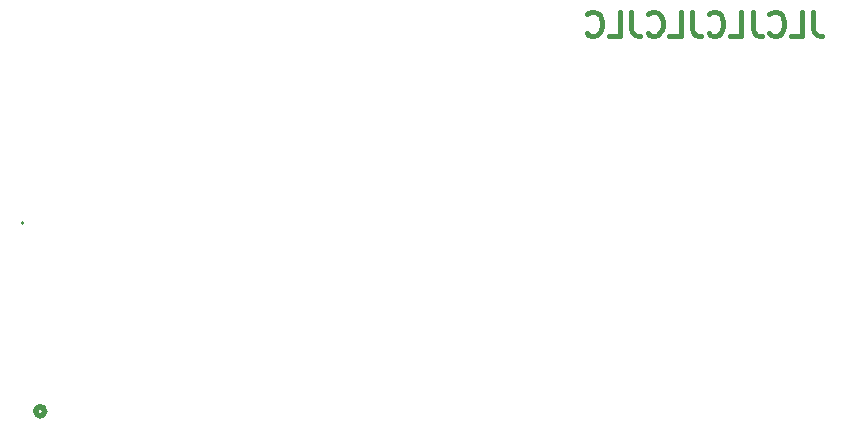
<source format=gbr>
%TF.GenerationSoftware,KiCad,Pcbnew,9.0.3*%
%TF.CreationDate,2025-08-13T11:49:18-07:00*%
%TF.ProjectId,PD Board,50442042-6f61-4726-942e-6b696361645f,rev?*%
%TF.SameCoordinates,Original*%
%TF.FileFunction,Legend,Bot*%
%TF.FilePolarity,Positive*%
%FSLAX46Y46*%
G04 Gerber Fmt 4.6, Leading zero omitted, Abs format (unit mm)*
G04 Created by KiCad (PCBNEW 9.0.3) date 2025-08-13 11:49:18*
%MOMM*%
%LPD*%
G01*
G04 APERTURE LIST*
%ADD10C,0.400000*%
%ADD11C,0.191421*%
%ADD12C,0.508000*%
G04 APERTURE END LIST*
D10*
X160149223Y-94944438D02*
X160149223Y-96373009D01*
X160149223Y-96373009D02*
X160244462Y-96658723D01*
X160244462Y-96658723D02*
X160434938Y-96849200D01*
X160434938Y-96849200D02*
X160720652Y-96944438D01*
X160720652Y-96944438D02*
X160911128Y-96944438D01*
X158244461Y-96944438D02*
X159196842Y-96944438D01*
X159196842Y-96944438D02*
X159196842Y-94944438D01*
X156434937Y-96753961D02*
X156530175Y-96849200D01*
X156530175Y-96849200D02*
X156815889Y-96944438D01*
X156815889Y-96944438D02*
X157006365Y-96944438D01*
X157006365Y-96944438D02*
X157292080Y-96849200D01*
X157292080Y-96849200D02*
X157482556Y-96658723D01*
X157482556Y-96658723D02*
X157577794Y-96468247D01*
X157577794Y-96468247D02*
X157673032Y-96087295D01*
X157673032Y-96087295D02*
X157673032Y-95801580D01*
X157673032Y-95801580D02*
X157577794Y-95420628D01*
X157577794Y-95420628D02*
X157482556Y-95230152D01*
X157482556Y-95230152D02*
X157292080Y-95039676D01*
X157292080Y-95039676D02*
X157006365Y-94944438D01*
X157006365Y-94944438D02*
X156815889Y-94944438D01*
X156815889Y-94944438D02*
X156530175Y-95039676D01*
X156530175Y-95039676D02*
X156434937Y-95134914D01*
X155006365Y-94944438D02*
X155006365Y-96373009D01*
X155006365Y-96373009D02*
X155101604Y-96658723D01*
X155101604Y-96658723D02*
X155292080Y-96849200D01*
X155292080Y-96849200D02*
X155577794Y-96944438D01*
X155577794Y-96944438D02*
X155768270Y-96944438D01*
X153101603Y-96944438D02*
X154053984Y-96944438D01*
X154053984Y-96944438D02*
X154053984Y-94944438D01*
X151292079Y-96753961D02*
X151387317Y-96849200D01*
X151387317Y-96849200D02*
X151673031Y-96944438D01*
X151673031Y-96944438D02*
X151863507Y-96944438D01*
X151863507Y-96944438D02*
X152149222Y-96849200D01*
X152149222Y-96849200D02*
X152339698Y-96658723D01*
X152339698Y-96658723D02*
X152434936Y-96468247D01*
X152434936Y-96468247D02*
X152530174Y-96087295D01*
X152530174Y-96087295D02*
X152530174Y-95801580D01*
X152530174Y-95801580D02*
X152434936Y-95420628D01*
X152434936Y-95420628D02*
X152339698Y-95230152D01*
X152339698Y-95230152D02*
X152149222Y-95039676D01*
X152149222Y-95039676D02*
X151863507Y-94944438D01*
X151863507Y-94944438D02*
X151673031Y-94944438D01*
X151673031Y-94944438D02*
X151387317Y-95039676D01*
X151387317Y-95039676D02*
X151292079Y-95134914D01*
X149863507Y-94944438D02*
X149863507Y-96373009D01*
X149863507Y-96373009D02*
X149958746Y-96658723D01*
X149958746Y-96658723D02*
X150149222Y-96849200D01*
X150149222Y-96849200D02*
X150434936Y-96944438D01*
X150434936Y-96944438D02*
X150625412Y-96944438D01*
X147958745Y-96944438D02*
X148911126Y-96944438D01*
X148911126Y-96944438D02*
X148911126Y-94944438D01*
X146149221Y-96753961D02*
X146244459Y-96849200D01*
X146244459Y-96849200D02*
X146530173Y-96944438D01*
X146530173Y-96944438D02*
X146720649Y-96944438D01*
X146720649Y-96944438D02*
X147006364Y-96849200D01*
X147006364Y-96849200D02*
X147196840Y-96658723D01*
X147196840Y-96658723D02*
X147292078Y-96468247D01*
X147292078Y-96468247D02*
X147387316Y-96087295D01*
X147387316Y-96087295D02*
X147387316Y-95801580D01*
X147387316Y-95801580D02*
X147292078Y-95420628D01*
X147292078Y-95420628D02*
X147196840Y-95230152D01*
X147196840Y-95230152D02*
X147006364Y-95039676D01*
X147006364Y-95039676D02*
X146720649Y-94944438D01*
X146720649Y-94944438D02*
X146530173Y-94944438D01*
X146530173Y-94944438D02*
X146244459Y-95039676D01*
X146244459Y-95039676D02*
X146149221Y-95134914D01*
X144720649Y-94944438D02*
X144720649Y-96373009D01*
X144720649Y-96373009D02*
X144815888Y-96658723D01*
X144815888Y-96658723D02*
X145006364Y-96849200D01*
X145006364Y-96849200D02*
X145292078Y-96944438D01*
X145292078Y-96944438D02*
X145482554Y-96944438D01*
X142815887Y-96944438D02*
X143768268Y-96944438D01*
X143768268Y-96944438D02*
X143768268Y-94944438D01*
X141006363Y-96753961D02*
X141101601Y-96849200D01*
X141101601Y-96849200D02*
X141387315Y-96944438D01*
X141387315Y-96944438D02*
X141577791Y-96944438D01*
X141577791Y-96944438D02*
X141863506Y-96849200D01*
X141863506Y-96849200D02*
X142053982Y-96658723D01*
X142053982Y-96658723D02*
X142149220Y-96468247D01*
X142149220Y-96468247D02*
X142244458Y-96087295D01*
X142244458Y-96087295D02*
X142244458Y-95801580D01*
X142244458Y-95801580D02*
X142149220Y-95420628D01*
X142149220Y-95420628D02*
X142053982Y-95230152D01*
X142053982Y-95230152D02*
X141863506Y-95039676D01*
X141863506Y-95039676D02*
X141577791Y-94944438D01*
X141577791Y-94944438D02*
X141387315Y-94944438D01*
X141387315Y-94944438D02*
X141101601Y-95039676D01*
X141101601Y-95039676D02*
X141006363Y-95134914D01*
%TO.C,J1*%
D11*
X93275710Y-112820000D02*
G75*
G02*
X93084290Y-112820000I-95710J0D01*
G01*
X93084290Y-112820000D02*
G75*
G02*
X93275710Y-112820000I95710J0D01*
G01*
D12*
%TO.C,M1*%
X95069902Y-128748400D02*
G75*
G02*
X94307902Y-128748400I-381000J0D01*
G01*
X94307902Y-128748400D02*
G75*
G02*
X95069902Y-128748400I381000J0D01*
G01*
%TD*%
M02*

</source>
